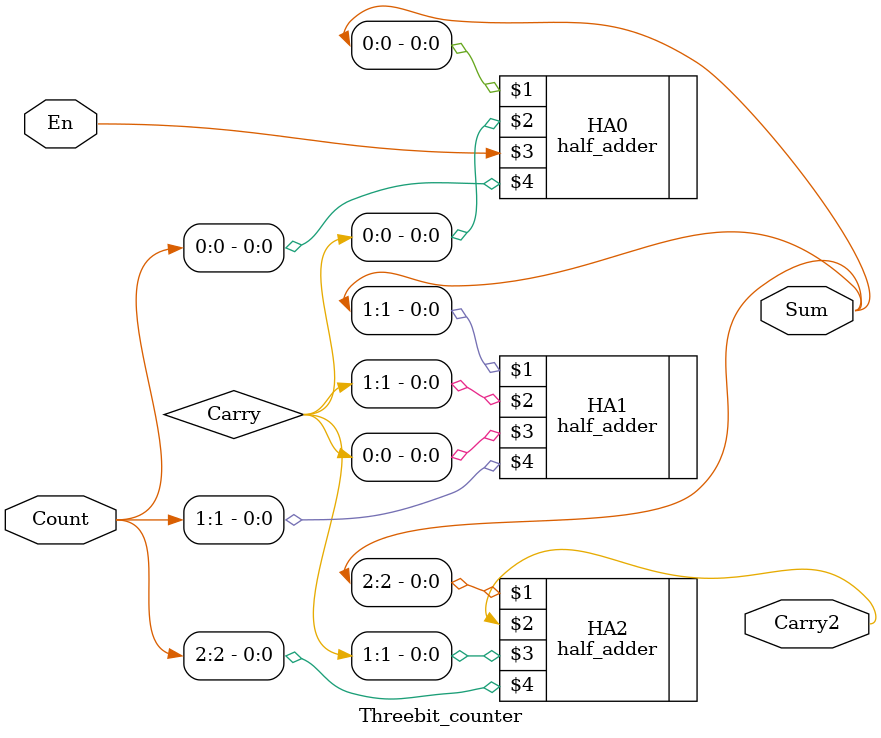
<source format=v>
`timescale 1ns / 1ps
`default_nettype none


module up_counter(Count, Carry2, En, Clk, Rst);
    //This program increments the 3 bit wide half adder by 1 at every rising clock edge
    output reg [2:0] Count;
    output wire Carry2;
    input wire En, Clk, Rst;
    
    wire [2:0] Carry, Sum;
    Threebit_counter UCL(Sum,Carry2,Count,En);
    
    // The command posedge clock activates the indented code when the clock edge rises
    always@(posedge Clk or posedge Rst)
        if(Rst)
            Count <= 0;
        else
            Count <= Sum;
endmodule

module Threebit_counter(Sum,Carry2,Count,En);
    //This entire program is just a 3 bit wide half adder 
    input wire En;
    input wire [2:0] Count;
    output wire [2:0] Sum;
    output wire Carry2;
    wire [2:0] Carry;
    // do stuff with half adders
    half_adder HA0(Sum[0], Carry[0], En, Count[0]);
    half_adder HA1(Sum[1], Carry[1], Carry[0], Count[1]);
    half_adder HA2(Sum[2], Carry2, Carry[1], Count[2]);
    
    
endmodule
</source>
